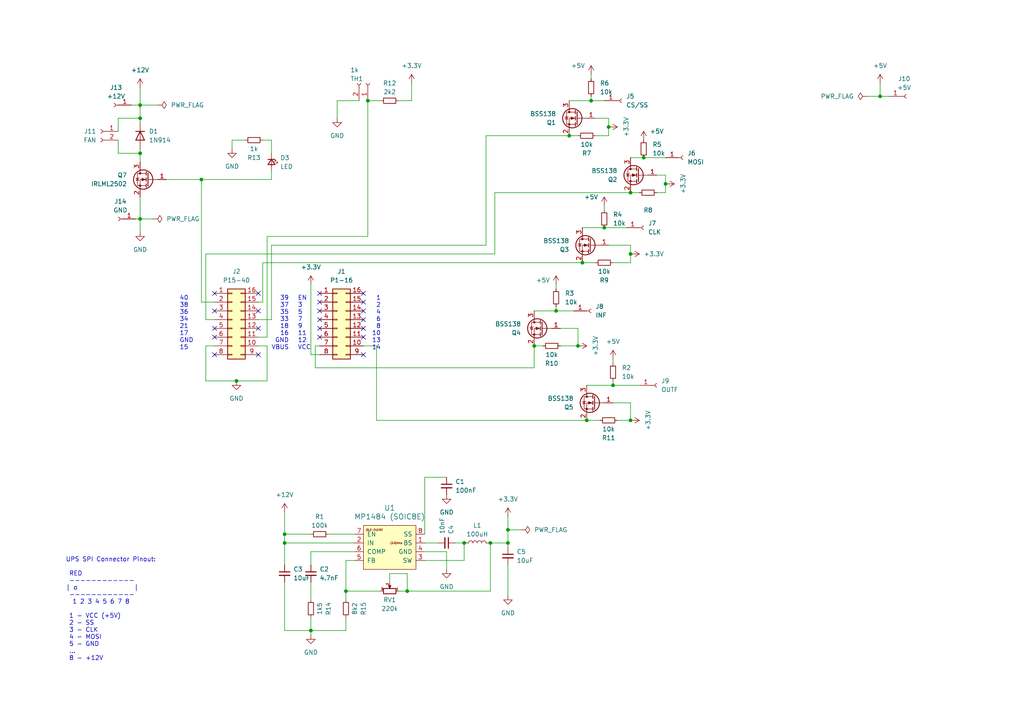
<source format=kicad_sch>
(kicad_sch (version 20230121) (generator eeschema)
  (paper "A4")
  (lib_symbols
    (symbol "Connector:Conn_01x01_Socket" (pin_names (offset 1.016) hide)
      (property "Reference" "J" (at 0 2.54 0))
      (property "Value" "Conn_01x01_Socket" (at 0 -2.54 0))
      (symbol "Conn_01x01_Socket_1_1"
        (polyline (pts (xy -1.27 0) (xy -0.508 0)) (stroke (width 0.1524)))
        (arc (start 0 0.508) (mid -0.5058 0) (end 0 -0.508) (stroke (width 0.1524)))
        (pin passive line (at -5.08 0 0) (length 3.81) (name "Pin_1") (number "1"))
      )
    )
    (symbol "Connector:Conn_01x02_Socket" (pin_names (offset 1.016) hide)
      (property "Reference" "J" (at 0 2.54 0))
      (property "Value" "Conn_01x02_Socket" (at 0 -5.08 0))
      (symbol "Conn_01x02_Socket_1_1"
        (arc (start 0 -2.032) (mid -0.5058 -2.54) (end 0 -3.048) (stroke (width 0.1524)))
        (polyline (pts (xy -1.27 -2.54) (xy -0.508 -2.54)) (stroke (width 0.1524)))
        (polyline (pts (xy -1.27 0) (xy -0.508 0)) (stroke (width 0.1524)))
        (arc (start 0 0.508) (mid -0.5058 0) (end 0 -0.508) (stroke (width 0.1524)))
        (pin passive line (at -5.08 0 0) (length 3.81) (name "Pin_1") (number "1"))
        (pin passive line (at -5.08 -2.54 0) (length 3.81) (name "Pin_2") (number "2"))
      )
    )
    (symbol "Connector_Generic:Conn_02x08_Counter_Clockwise" (pin_names (offset 1.016) hide)
      (property "Reference" "J" (at 1.27 10.16 0))
      (property "Value" "Conn_02x08_Counter_Clockwise" (at 1.27 -12.7 0))
      (symbol "Conn_02x08_Counter_Clockwise_1_1"
        (rectangle (start -1.27 -10.033) (end 0 -10.287) (stroke (width 0.1524)))
        (rectangle (start -1.27 -7.493) (end 0 -7.747) (stroke (width 0.1524)))
        (rectangle (start -1.27 -4.953) (end 0 -5.207) (stroke (width 0.1524)))
        (rectangle (start -1.27 -2.413) (end 0 -2.667) (stroke (width 0.1524)))
        (rectangle (start -1.27 0.127) (end 0 -0.127) (stroke (width 0.1524)))
        (rectangle (start -1.27 2.667) (end 0 2.413) (stroke (width 0.1524)))
        (rectangle (start -1.27 5.207) (end 0 4.953) (stroke (width 0.1524)))
        (rectangle (start -1.27 7.747) (end 0 7.493) (stroke (width 0.1524)))
        (rectangle (start -1.27 8.89) (end 3.81 -11.43) (stroke (width 0.254)) (fill (type background)))
        (rectangle (start 3.81 -10.033) (end 2.54 -10.287) (stroke (width 0.1524)))
        (rectangle (start 3.81 -7.493) (end 2.54 -7.747) (stroke (width 0.1524)))
        (rectangle (start 3.81 -4.953) (end 2.54 -5.207) (stroke (width 0.1524)))
        (rectangle (start 3.81 -2.413) (end 2.54 -2.667) (stroke (width 0.1524)))
        (rectangle (start 3.81 0.127) (end 2.54 -0.127) (stroke (width 0.1524)))
        (rectangle (start 3.81 2.667) (end 2.54 2.413) (stroke (width 0.1524)))
        (rectangle (start 3.81 5.207) (end 2.54 4.953) (stroke (width 0.1524)))
        (rectangle (start 3.81 7.747) (end 2.54 7.493) (stroke (width 0.1524)))
        (pin passive line (at -5.08 7.62 0) (length 3.81) (name "Pin_1") (number "1"))
        (pin passive line (at 7.62 -7.62 180) (length 3.81) (name "Pin_10") (number "10"))
        (pin passive line (at 7.62 -5.08 180) (length 3.81) (name "Pin_11") (number "11"))
        (pin passive line (at 7.62 -2.54 180) (length 3.81) (name "Pin_12") (number "12"))
        (pin passive line (at 7.62 0 180) (length 3.81) (name "Pin_13") (number "13"))
        (pin passive line (at 7.62 2.54 180) (length 3.81) (name "Pin_14") (number "14"))
        (pin passive line (at 7.62 5.08 180) (length 3.81) (name "Pin_15") (number "15"))
        (pin passive line (at 7.62 7.62 180) (length 3.81) (name "Pin_16") (number "16"))
        (pin passive line (at -5.08 5.08 0) (length 3.81) (name "Pin_2") (number "2"))
        (pin passive line (at -5.08 2.54 0) (length 3.81) (name "Pin_3") (number "3"))
        (pin passive line (at -5.08 0 0) (length 3.81) (name "Pin_4") (number "4"))
        (pin passive line (at -5.08 -2.54 0) (length 3.81) (name "Pin_5") (number "5"))
        (pin passive line (at -5.08 -5.08 0) (length 3.81) (name "Pin_6") (number "6"))
        (pin passive line (at -5.08 -7.62 0) (length 3.81) (name "Pin_7") (number "7"))
        (pin passive line (at -5.08 -10.16 0) (length 3.81) (name "Pin_8") (number "8"))
        (pin passive line (at 7.62 -10.16 180) (length 3.81) (name "Pin_9") (number "9"))
      )
    )
    (symbol "Device:C_Small" (pin_numbers hide) (pin_names (offset 0.254) hide)
      (property "Reference" "C" (at 0.254 1.778 0))
      (property "Value" "C_Small" (at 0.254 -2.032 0))
      (symbol "C_Small_0_1"
        (polyline (pts (xy -1.524 -0.508) (xy 1.524 -0.508)) (stroke (width 0.3302)))
        (polyline (pts (xy -1.524 0.508) (xy 1.524 0.508)) (stroke (width 0.3048)))
      )
      (symbol "C_Small_1_1"
        (pin passive line (at 0 2.54 270) (length 2.032) (name "~") (number "1"))
        (pin passive line (at 0 -2.54 90) (length 2.032) (name "~") (number "2"))
      )
    )
    (symbol "Device:L" (pin_numbers hide) (pin_names (offset 1.016) hide)
      (property "Reference" "L" (at -1.27 0 90))
      (property "Value" "L" (at 1.905 0 90))
      (symbol "L_0_1"
        (arc (start 0 -2.54) (mid 0.6323 -1.905) (end 0 -1.27))
        (arc (start 0 -1.27) (mid 0.6323 -0.635) (end 0 0))
        (arc (start 0 0) (mid 0.6323 0.635) (end 0 1.27))
        (arc (start 0 1.27) (mid 0.6323 1.905) (end 0 2.54))
      )
      (symbol "L_1_1"
        (pin passive line (at 0 3.81 270) (length 1.27) (name "1") (number "1"))
        (pin passive line (at 0 -3.81 90) (length 1.27) (name "2") (number "2"))
      )
    )
    (symbol "Device:LED_Small" (pin_numbers hide) (pin_names (offset 0.254) hide)
      (property "Reference" "D" (at -1.27 3.175 0))
      (property "Value" "LED_Small" (at -4.445 -2.54 0))
      (symbol "LED_Small_0_1"
        (polyline (pts (xy -0.762 -1.016) (xy -0.762 1.016)) (stroke (width 0.254)))
        (polyline (pts (xy 1.016 0) (xy -0.762 0)))
        (polyline (pts (xy 0.762 -1.016) (xy -0.762 0) (xy 0.762 1.016) (xy 0.762 -1.016)) (stroke (width 0.254)))
        (polyline (pts (xy 0 0.762) (xy -0.508 1.27) (xy -0.254 1.27) (xy -0.508 1.27) (xy -0.508 1.016)))
        (polyline (pts (xy 0.508 1.27) (xy 0 1.778) (xy 0.254 1.778) (xy 0 1.778) (xy 0 1.524)))
      )
      (symbol "LED_Small_1_1"
        (pin passive line (at -2.54 0 0) (length 1.778) (name "K") (number "1"))
        (pin passive line (at 2.54 0 180) (length 1.778) (name "A") (number "2"))
      )
    )
    (symbol "Device:R_Potentiometer_Small" (pin_names (offset 1.016) hide)
      (property "Reference" "RV" (at -4.445 0 90))
      (property "Value" "R_Potentiometer_Small" (at -2.54 0 90))
      (symbol "R_Potentiometer_Small_0_1"
        (polyline (pts (xy 0.889 0) (xy 0.635 0) (xy 1.651 0.381) (xy 1.651 -0.381) (xy 0.635 0) (xy 0.889 0)) (fill (type outline)))
        (rectangle (start 0.762 1.8034) (end -0.762 -1.8034) (stroke (width 0.254)))
      )
      (symbol "R_Potentiometer_Small_1_1"
        (pin passive line (at 0 2.54 270) (length 0.635) (name "1") (number "1"))
        (pin passive line (at 2.54 0 180) (length 0.9906) (name "2") (number "2"))
        (pin passive line (at 0 -2.54 90) (length 0.635) (name "3") (number "3"))
      )
    )
    (symbol "Device:R_Small" (pin_numbers hide) (pin_names (offset 0.254) hide)
      (property "Reference" "R" (at 0.762 0.508 0))
      (property "Value" "R_Small" (at 0.762 -1.016 0))
      (symbol "R_Small_0_1"
        (rectangle (start -0.762 1.778) (end 0.762 -1.778) (stroke (width 0.2032)))
      )
      (symbol "R_Small_1_1"
        (pin passive line (at 0 2.54 270) (length 0.762) (name "~") (number "1"))
        (pin passive line (at 0 -2.54 90) (length 0.762) (name "~") (number "2"))
      )
    )
    (symbol "Diode:1N914" (pin_numbers hide) (pin_names hide)
      (property "Reference" "D" (at 0 2.54 0))
      (property "Value" "1N914" (at 0 -2.54 0))
      (symbol "1N914_0_1"
        (polyline (pts (xy -1.27 1.27) (xy -1.27 -1.27)) (stroke (width 0.254)))
        (polyline (pts (xy 1.27 0) (xy -1.27 0)))
        (polyline (pts (xy 1.27 1.27) (xy 1.27 -1.27) (xy -1.27 0) (xy 1.27 1.27)) (stroke (width 0.254)))
      )
      (symbol "1N914_1_1"
        (pin passive line (at -3.81 0 0) (length 2.54) (name "K") (number "1"))
        (pin passive line (at 3.81 0 180) (length 2.54) (name "A") (number "2"))
      )
    )
    (symbol "Transistor_FET:BSS138" (pin_names hide)
      (property "Reference" "Q" (at 5.08 1.905 0))
      (property "Value" "BSS138" (at 5.08 0 0))
      (symbol "BSS138_0_1"
        (polyline (pts (xy 0.254 0) (xy -2.54 0)))
        (polyline (pts (xy 0.254 1.905) (xy 0.254 -1.905)) (stroke (width 0.254)))
        (polyline (pts (xy 0.762 -1.27) (xy 0.762 -2.286)) (stroke (width 0.254)))
        (polyline (pts (xy 0.762 0.508) (xy 0.762 -0.508)) (stroke (width 0.254)))
        (polyline (pts (xy 0.762 2.286) (xy 0.762 1.27)) (stroke (width 0.254)))
        (polyline (pts (xy 2.54 2.54) (xy 2.54 1.778)))
        (polyline (pts (xy 2.54 -2.54) (xy 2.54 0) (xy 0.762 0)))
        (polyline (pts (xy 0.762 -1.778) (xy 3.302 -1.778) (xy 3.302 1.778) (xy 0.762 1.778)))
        (polyline (pts (xy 1.016 0) (xy 2.032 0.381) (xy 2.032 -0.381) (xy 1.016 0)) (fill (type outline)))
        (polyline (pts (xy 2.794 0.508) (xy 2.921 0.381) (xy 3.683 0.381) (xy 3.81 0.254)))
        (polyline (pts (xy 3.302 0.381) (xy 2.921 -0.254) (xy 3.683 -0.254) (xy 3.302 0.381)))
        (circle (center 1.651 0) (radius 2.794) (stroke (width 0.254)))
        (circle (center 2.54 -1.778) (radius 0.254) (fill (type outline)))
        (circle (center 2.54 1.778) (radius 0.254) (fill (type outline)))
      )
      (symbol "BSS138_1_1"
        (pin input line (at -5.08 0 0) (length 2.54) (name "G") (number "1"))
        (pin passive line (at 2.54 -5.08 90) (length 2.54) (name "S") (number "2"))
        (pin passive line (at 2.54 5.08 270) (length 2.54) (name "D") (number "3"))
      )
    )
    (symbol "Transistor_FET:IRLML2060" (pin_names hide)
      (property "Reference" "Q" (at 5.08 1.905 0))
      (property "Value" "IRLML2060" (at 5.08 0 0))
      (symbol "IRLML2060_0_1"
        (polyline (pts (xy 0.254 0) (xy -2.54 0)))
        (polyline (pts (xy 0.254 1.905) (xy 0.254 -1.905)) (stroke (width 0.254)))
        (polyline (pts (xy 0.762 -1.27) (xy 0.762 -2.286)) (stroke (width 0.254)))
        (polyline (pts (xy 0.762 0.508) (xy 0.762 -0.508)) (stroke (width 0.254)))
        (polyline (pts (xy 0.762 2.286) (xy 0.762 1.27)) (stroke (width 0.254)))
        (polyline (pts (xy 2.54 2.54) (xy 2.54 1.778)))
        (polyline (pts (xy 2.54 -2.54) (xy 2.54 0) (xy 0.762 0)))
        (polyline (pts (xy 0.762 -1.778) (xy 3.302 -1.778) (xy 3.302 1.778) (xy 0.762 1.778)))
        (polyline (pts (xy 1.016 0) (xy 2.032 0.381) (xy 2.032 -0.381) (xy 1.016 0)) (fill (type outline)))
        (polyline (pts (xy 2.794 0.508) (xy 2.921 0.381) (xy 3.683 0.381) (xy 3.81 0.254)))
        (polyline (pts (xy 3.302 0.381) (xy 2.921 -0.254) (xy 3.683 -0.254) (xy 3.302 0.381)))
        (circle (center 1.651 0) (radius 2.794) (stroke (width 0.254)))
        (circle (center 2.54 -1.778) (radius 0.254) (fill (type outline)))
        (circle (center 2.54 1.778) (radius 0.254) (fill (type outline)))
      )
      (symbol "IRLML2060_1_1"
        (pin input line (at -5.08 0 0) (length 2.54) (name "G") (number "1"))
        (pin passive line (at 2.54 -5.08 90) (length 2.54) (name "S") (number "2"))
        (pin passive line (at 2.54 5.08 270) (length 2.54) (name "D") (number "3"))
      )
    )
    (symbol "power:+12V" (power) (pin_names (offset 0))
      (property "Value" "+12V" (at 0 3.556 0))
      (symbol "+12V_0_1"
        (polyline (pts (xy -0.762 1.27) (xy 0 2.54)))
        (polyline (pts (xy 0 0) (xy 0 2.54)))
        (polyline (pts (xy 0 2.54) (xy 0.762 1.27)))
      )
      (symbol "+12V_1_1"
        (pin power_in line (at 0 0 90) (length 0) hide (name "+12V") (number "1"))
      )
    )
    (symbol "power:+3.3V" (power) (pin_names (offset 0))
      (property "Value" "+3.3V" (at 0 3.556 0))
      (symbol "+3.3V_0_1"
        (polyline (pts (xy -0.762 1.27) (xy 0 2.54)))
        (polyline (pts (xy 0 0) (xy 0 2.54)))
        (polyline (pts (xy 0 2.54) (xy 0.762 1.27)))
      )
      (symbol "+3.3V_1_1"
        (pin power_in line (at 0 0 90) (length 0) hide (name "+3.3V") (number "1"))
      )
    )
    (symbol "power:+5V" (power) (pin_names (offset 0))
      (property "Value" "+5V" (at 0 3.556 0))
      (symbol "+5V_0_1"
        (polyline (pts (xy -0.762 1.27) (xy 0 2.54)))
        (polyline (pts (xy 0 0) (xy 0 2.54)))
        (polyline (pts (xy 0 2.54) (xy 0.762 1.27)))
      )
      (symbol "+5V_1_1"
        (pin power_in line (at 0 0 90) (length 0) hide (name "+5V") (number "1"))
      )
    )
    (symbol "power:GND" (power) (pin_names (offset 0))
      (property "Value" "GND" (at 0 -3.81 0))
      (symbol "GND_0_1"
        (polyline (pts (xy 0 0) (xy 0 -1.27) (xy 1.27 -1.27) (xy 0 -2.54) (xy -1.27 -1.27) (xy 0 -1.27)))
      )
      (symbol "GND_1_1"
        (pin power_in line (at 0 0 270) (length 0) hide (name "GND") (number "1"))
      )
    )
    (symbol "power:PWR_FLAG" (power) (pin_numbers hide) (pin_names (offset 0) hide)
      (property "Value" "PWR_FLAG" (at 0 3.81 0))
      (symbol "PWR_FLAG_0_0"
        (pin power_out line (at 0 0 90) (length 0) (name "pwr") (number "1"))
      )
      (symbol "PWR_FLAG_0_1"
        (polyline (pts (xy 0 0) (xy 0 1.27) (xy -1.016 1.905) (xy 0 2.54) (xy 1.016 1.905) (xy 0 1.27)))
      )
    )
    (symbol "sk_power_ICs:MP1484EN_(SOIC8E)" (pin_names (offset 1.016))
      (property "Reference" "U1" (at 0 10.16 0))
      (property "Value" "MP1484 (SOIC8E)" (at 0 7.62 0))
      (symbol "MP1484EN_(SOIC8E)_0_0"
        (text "(3.0)Amp" (at 1.905 0 0) (effects (font (size 0.508 0.508) bold italic)))
      )
      (symbol "MP1484EN_(SOIC8E)_1_0"
        (text "(0.3-24)VDC" (at -4.445 3.81 0) (effects (font (size 0.508 0.508) bold italic)))
        (pin output line (at 10.16 0 180) (length 2.54) (name "BS") (number "1"))
        (pin power_in line (at -10.16 0 0) (length 2.54) (name "IN") (number "2"))
        (pin output line (at 10.16 -5.08 180) (length 2.54) (name "SW") (number "3"))
        (pin input line (at 10.16 -2.54 180) (length 2.54) (name "GND") (number "4"))
        (pin input line (at -10.16 -5.08 0) (length 2.54) (name "FB") (number "5"))
        (pin input line (at -10.16 -2.54 0) (length 2.54) (name "COMP") (number "6"))
        (pin input line (at -10.16 2.54 0) (length 2.54) (name "EN") (number "7"))
        (pin passive line (at 10.16 2.54 180) (length 2.54) (name "SS") (number "8"))
      )
      (symbol "MP1484EN_(SOIC8E)_1_1"
        (rectangle (start -7.62 5.08) (end 7.62 -7.62) (fill (type background)))
      )
    )
  )
  (junction (at 134.62 157.48))
  (junction (at 118.11 171.45))
  (junction (at 142.24 157.48))
  (junction (at 171.45 29.21))
  (junction (at 182.88 73.66))
  (junction (at 182.88 55.88))
  (junction (at 177.8 111.76))
  (junction (at 40.64 63.5))
  (junction (at 82.55 154.94))
  (junction (at 147.32 153.67))
  (junction (at 40.64 34.29))
  (junction (at 68.58 110.49))
  (junction (at 255.27 27.94))
  (junction (at 165.1 39.37))
  (junction (at 40.64 44.45))
  (junction (at 168.91 76.2))
  (junction (at 100.33 171.45))
  (junction (at 186.69 45.72))
  (junction (at 182.88 121.92))
  (junction (at 40.64 30.48))
  (junction (at 90.17 182.88))
  (junction (at 58.42 52.07))
  (junction (at 82.55 157.48))
  (junction (at 176.53 36.83))
  (junction (at 167.64 100.33))
  (junction (at 175.26 66.04))
  (junction (at 193.04 53.34))
  (junction (at 106.68 29.21))
  (junction (at 154.94 100.33))
  (junction (at 161.29 90.17))
  (junction (at 147.32 157.48))
  (junction (at 170.18 121.92))
  (no_connect (at 62.23 85.09))
  (no_connect (at 74.93 95.25))
  (no_connect (at 105.41 87.63))
  (no_connect (at 92.71 87.63))
  (no_connect (at 92.71 95.25))
  (no_connect (at 62.23 95.25))
  (no_connect (at 74.93 85.09))
  (no_connect (at 105.41 92.71))
  (no_connect (at 62.23 97.79))
  (no_connect (at 105.41 97.79))
  (no_connect (at 92.71 85.09))
  (no_connect (at 62.23 90.17))
  (no_connect (at 105.41 90.17))
  (no_connect (at 105.41 95.25))
  (no_connect (at 74.93 102.87))
  (no_connect (at 92.71 90.17))
  (no_connect (at 105.41 85.09))
  (no_connect (at 74.93 90.17))
  (no_connect (at 92.71 92.71))
  (no_connect (at 92.71 97.79))
  (no_connect (at 62.23 102.87))
  (no_connect (at 105.41 102.87))
  (wire (pts (xy 102.87 162.56) (xy 100.33 162.56)))
  (wire (pts (xy 165.1 29.21) (xy 171.45 29.21)))
  (wire (pts (xy 106.68 68.58) (xy 106.68 29.21)))
  (wire (pts (xy 143.51 73.66) (xy 143.51 55.88)))
  (wire (pts (xy 68.58 110.49) (xy 77.47 110.49)))
  (wire (pts (xy 142.24 171.45) (xy 142.24 157.48)))
  (wire (pts (xy 82.55 182.88) (xy 90.17 182.88)))
  (wire (pts (xy 170.18 111.76) (xy 177.8 111.76)))
  (wire (pts (xy 118.11 171.45) (xy 142.24 171.45)))
  (wire (pts (xy 78.74 71.12) (xy 140.97 71.12)))
  (wire (pts (xy 78.74 92.71) (xy 78.74 71.12)))
  (wire (pts (xy 140.97 71.12) (xy 140.97 39.37)))
  (wire (pts (xy 95.25 154.94) (xy 102.87 154.94)))
  (wire (pts (xy 147.32 158.75) (xy 147.32 157.48)))
  (wire (pts (xy 168.91 66.04) (xy 175.26 66.04)))
  (wire (pts (xy 90.17 102.87) (xy 90.17 82.55)))
  (wire (pts (xy 74.93 87.63) (xy 76.2 87.63)))
  (wire (pts (xy 113.03 168.91) (xy 113.03 166.37)))
  (wire (pts (xy 40.64 25.4) (xy 40.64 30.48)))
  (wire (pts (xy 182.88 71.12) (xy 182.88 73.66)))
  (wire (pts (xy 123.19 138.43) (xy 129.54 138.43)))
  (wire (pts (xy 257.81 27.94) (xy 255.27 27.94)))
  (wire (pts (xy 58.42 87.63) (xy 62.23 87.63)))
  (wire (pts (xy 179.07 121.92) (xy 182.88 121.92)))
  (wire (pts (xy 123.19 138.43) (xy 123.19 154.94)))
  (wire (pts (xy 91.44 106.68) (xy 91.44 100.33)))
  (wire (pts (xy 140.97 39.37) (xy 165.1 39.37)))
  (wire (pts (xy 132.08 157.48) (xy 134.62 157.48)))
  (wire (pts (xy 193.04 55.88) (xy 193.04 53.34)))
  (wire (pts (xy 154.94 100.33) (xy 154.94 106.68)))
  (wire (pts (xy 77.47 110.49) (xy 77.47 100.33)))
  (wire (pts (xy 34.29 40.64) (xy 34.29 44.45)))
  (wire (pts (xy 97.79 29.21) (xy 104.14 29.21)))
  (wire (pts (xy 147.32 149.86) (xy 147.32 153.67)))
  (wire (pts (xy 143.51 55.88) (xy 182.88 55.88)))
  (wire (pts (xy 251.46 27.94) (xy 255.27 27.94)))
  (wire (pts (xy 68.58 110.49) (xy 59.69 110.49)))
  (wire (pts (xy 172.72 34.29) (xy 176.53 34.29)))
  (wire (pts (xy 76.2 40.64) (xy 78.74 40.64)))
  (wire (pts (xy 40.64 30.48) (xy 38.1 30.48)))
  (wire (pts (xy 119.38 29.21) (xy 115.57 29.21)))
  (wire (pts (xy 161.29 90.17) (xy 161.29 88.9)))
  (wire (pts (xy 134.62 162.56) (xy 134.62 157.48)))
  (wire (pts (xy 40.64 44.45) (xy 40.64 46.99)))
  (wire (pts (xy 127 157.48) (xy 123.19 157.48)))
  (wire (pts (xy 40.64 63.5) (xy 44.45 63.5)))
  (wire (pts (xy 77.47 100.33) (xy 74.93 100.33)))
  (wire (pts (xy 115.57 171.45) (xy 118.11 171.45)))
  (wire (pts (xy 171.45 27.94) (xy 171.45 29.21)))
  (wire (pts (xy 78.74 40.64) (xy 78.74 44.45)))
  (wire (pts (xy 34.29 34.29) (xy 40.64 34.29)))
  (wire (pts (xy 34.29 44.45) (xy 40.64 44.45)))
  (wire (pts (xy 58.42 87.63) (xy 58.42 52.07)))
  (wire (pts (xy 167.64 95.25) (xy 167.64 100.33)))
  (wire (pts (xy 177.8 104.14) (xy 177.8 105.41)))
  (wire (pts (xy 40.64 67.31) (xy 40.64 63.5)))
  (wire (pts (xy 82.55 148.59) (xy 82.55 154.94)))
  (wire (pts (xy 168.91 76.2) (xy 172.72 76.2)))
  (wire (pts (xy 161.29 82.55) (xy 161.29 83.82)))
  (wire (pts (xy 90.17 173.99) (xy 90.17 168.91)))
  (wire (pts (xy 190.5 50.8) (xy 193.04 50.8)))
  (wire (pts (xy 161.29 90.17) (xy 166.37 90.17)))
  (wire (pts (xy 177.8 76.2) (xy 182.88 76.2)))
  (wire (pts (xy 119.38 24.13) (xy 119.38 29.21)))
  (wire (pts (xy 113.03 166.37) (xy 118.11 166.37)))
  (wire (pts (xy 90.17 102.87) (xy 92.71 102.87)))
  (wire (pts (xy 171.45 21.59) (xy 171.45 22.86)))
  (wire (pts (xy 186.69 45.72) (xy 182.88 45.72)))
  (wire (pts (xy 147.32 172.72) (xy 147.32 163.83)))
  (wire (pts (xy 154.94 100.33) (xy 157.48 100.33)))
  (wire (pts (xy 165.1 39.37) (xy 167.64 39.37)))
  (wire (pts (xy 176.53 71.12) (xy 182.88 71.12)))
  (wire (pts (xy 182.88 116.84) (xy 182.88 121.92)))
  (wire (pts (xy 118.11 166.37) (xy 118.11 171.45)))
  (wire (pts (xy 34.29 38.1) (xy 34.29 34.29)))
  (wire (pts (xy 255.27 27.94) (xy 255.27 24.13)))
  (wire (pts (xy 82.55 157.48) (xy 82.55 163.83)))
  (wire (pts (xy 182.88 76.2) (xy 182.88 73.66)))
  (wire (pts (xy 90.17 184.15) (xy 90.17 182.88)))
  (wire (pts (xy 193.04 50.8) (xy 193.04 53.34)))
  (wire (pts (xy 100.33 171.45) (xy 110.49 171.45)))
  (wire (pts (xy 100.33 171.45) (xy 100.33 173.99)))
  (wire (pts (xy 90.17 179.07) (xy 90.17 182.88)))
  (wire (pts (xy 100.33 182.88) (xy 90.17 182.88)))
  (wire (pts (xy 40.64 57.15) (xy 40.64 63.5)))
  (wire (pts (xy 40.64 43.18) (xy 40.64 44.45)))
  (wire (pts (xy 151.13 153.67) (xy 147.32 153.67)))
  (wire (pts (xy 59.69 92.71) (xy 62.23 92.71)))
  (wire (pts (xy 102.87 160.02) (xy 90.17 160.02)))
  (wire (pts (xy 175.26 59.69) (xy 175.26 60.96)))
  (wire (pts (xy 129.54 160.02) (xy 129.54 165.1)))
  (wire (pts (xy 172.72 39.37) (xy 176.53 39.37)))
  (wire (pts (xy 77.47 68.58) (xy 106.68 68.58)))
  (wire (pts (xy 123.19 160.02) (xy 129.54 160.02)))
  (wire (pts (xy 181.61 66.04) (xy 175.26 66.04)))
  (wire (pts (xy 123.19 162.56) (xy 134.62 162.56)))
  (wire (pts (xy 100.33 179.07) (xy 100.33 182.88)))
  (wire (pts (xy 190.5 55.88) (xy 193.04 55.88)))
  (wire (pts (xy 176.53 39.37) (xy 176.53 36.83)))
  (wire (pts (xy 40.64 30.48) (xy 45.72 30.48)))
  (wire (pts (xy 182.88 55.88) (xy 185.42 55.88)))
  (wire (pts (xy 176.53 34.29) (xy 176.53 36.83)))
  (wire (pts (xy 110.49 29.21) (xy 106.68 29.21)))
  (wire (pts (xy 76.2 76.2) (xy 168.91 76.2)))
  (wire (pts (xy 39.37 63.5) (xy 40.64 63.5)))
  (wire (pts (xy 58.42 52.07) (xy 78.74 52.07)))
  (wire (pts (xy 59.69 92.71) (xy 59.69 73.66)))
  (wire (pts (xy 90.17 160.02) (xy 90.17 163.83)))
  (wire (pts (xy 74.93 92.71) (xy 78.74 92.71)))
  (wire (pts (xy 171.45 29.21) (xy 175.26 29.21)))
  (wire (pts (xy 97.79 34.29) (xy 97.79 29.21)))
  (wire (pts (xy 91.44 106.68) (xy 154.94 106.68)))
  (wire (pts (xy 59.69 73.66) (xy 143.51 73.66)))
  (wire (pts (xy 154.94 90.17) (xy 161.29 90.17)))
  (wire (pts (xy 82.55 154.94) (xy 90.17 154.94)))
  (wire (pts (xy 59.69 100.33) (xy 62.23 100.33)))
  (wire (pts (xy 71.12 40.64) (xy 67.31 40.64)))
  (wire (pts (xy 162.56 95.25) (xy 167.64 95.25)))
  (wire (pts (xy 82.55 168.91) (xy 82.55 182.88)))
  (wire (pts (xy 91.44 100.33) (xy 92.71 100.33)))
  (wire (pts (xy 40.64 34.29) (xy 40.64 35.56)))
  (wire (pts (xy 82.55 157.48) (xy 102.87 157.48)))
  (wire (pts (xy 170.18 121.92) (xy 173.99 121.92)))
  (wire (pts (xy 40.64 30.48) (xy 40.64 34.29)))
  (wire (pts (xy 105.41 100.33) (xy 109.22 100.33)))
  (wire (pts (xy 77.47 97.79) (xy 77.47 68.58)))
  (wire (pts (xy 100.33 162.56) (xy 100.33 171.45)))
  (wire (pts (xy 59.69 110.49) (xy 59.69 100.33)))
  (wire (pts (xy 162.56 100.33) (xy 167.64 100.33)))
  (wire (pts (xy 76.2 87.63) (xy 76.2 76.2)))
  (wire (pts (xy 82.55 154.94) (xy 82.55 157.48)))
  (wire (pts (xy 142.24 157.48) (xy 147.32 157.48)))
  (wire (pts (xy 109.22 121.92) (xy 170.18 121.92)))
  (wire (pts (xy 74.93 97.79) (xy 77.47 97.79)))
  (wire (pts (xy 147.32 153.67) (xy 147.32 157.48)))
  (wire (pts (xy 177.8 111.76) (xy 177.8 110.49)))
  (wire (pts (xy 177.8 116.84) (xy 182.88 116.84)))
  (wire (pts (xy 109.22 100.33) (xy 109.22 121.92)))
  (wire (pts (xy 78.74 49.53) (xy 78.74 52.07)))
  (wire (pts (xy 48.26 52.07) (xy 58.42 52.07)))
  (wire (pts (xy 185.42 111.76) (xy 177.8 111.76)))
  (wire (pts (xy 186.69 45.72) (xy 193.04 45.72)))
  (wire (pts (xy 67.31 40.64) (xy 67.31 43.18)))
  (text "40\n38\n36\n34\n21\n17\nGND\n15\n" (at 52.07 101.6 0) (effects (font (size 1.27 1.27)) (justify left bottom)))
  (text "39\n37\n35\n33\n18\n16\nGND\nVBUS\n" (at 83.82 101.6 0) (effects (font (size 1.27 1.27)) (justify right bottom)))
  (text "1\n2\n4\n6\n8\n10\n13\n14\n" (at 110.49 101.6 0) (effects (font (size 1.27 1.27)) (justify right bottom)))
  (text "EN\n3\n5\n7\n9\n11\n12\nVCC" (at 86.36 101.6 0) (effects (font (size 1.27 1.27)) (justify left bottom)))
  (text "UPS SPI Connector Pinout:\n\n RED \n ------------\n| o                 |\n ------------\n  1 2 3 4 5 6 7 8\n\n 1 - VCC (+5V)\n 2 - SS\n 3 - CLK\n 4 - MOSI\n 5 - GND\n ...\n 8 - +12V" (at 19.05 191.77 0) (effects (font (size 1.27 1.27)) (justify left bottom)))
  (symbol (lib_id "Connector:Conn_01x01_Socket") (at 186.69 66.04 0) (unit 1)
    (property "Reference" "J7" (at 187.96 64.77 0) (effects (justify left)))
    (property "Value" "CLK" (at 187.96 67.31 0) (effects (justify left)))
    (property "Footprint" "Connector_PinHeader_2.54mm:PinHeader_1x01_P2.54mm_Vertical" (effects hide))
  )
  (symbol (lib_id "power:GND") (at 129.54 165.1 0) (unit 1)
    (property "Reference" "#PWR022" (effects hide))
    (property "Value" "GND" (at 129.54 170.18 0))
  )
  (symbol (lib_id "power:PWR_FLAG") (at 251.46 27.94 90) (unit 1)
    (property "Reference" "#FLG03" (effects hide))
    (property "Value" "PWR_FLAG" (at 247.65 27.94 90) (effects (justify left)))
  )
  (symbol (lib_id "Device:L") (at 138.43 157.48 90) (unit 1)
    (property "Reference" "L1" (at 138.43 152.4 90))
    (property "Value" "100uH" (at 138.43 154.94 90))
    (property "Footprint" "Inductor_SMD:L_Bourns-SRN8040_8x8.15mm" (effects hide))
  )
  (symbol (lib_id "Device:R_Small") (at 113.03 29.21 90) (mirror x) (unit 1)
    (property "Reference" "R12" (at 113.03 24.13 90))
    (property "Value" "2k2" (at 113.03 26.67 90))
    (property "Footprint" "Resistor_THT:R_Axial_DIN0207_L6.3mm_D2.5mm_P7.62mm_Horizontal" (effects hide))
  )
  (symbol (lib_id "Connector:Conn_01x01_Socket") (at 180.34 29.21 0) (unit 1)
    (property "Reference" "J5" (at 181.61 27.94 0) (effects (justify left)))
    (property "Value" "CS/SS" (at 181.61 30.48 0) (effects (justify left)))
    (property "Footprint" "Connector_PinHeader_2.54mm:PinHeader_1x01_P2.54mm_Vertical" (effects hide))
  )
  (symbol (lib_id "Transistor_FET:BSS138") (at 172.72 116.84 0) (mirror y) (unit 1)
    (property "Reference" "Q5" (at 166.37 118.11 0) (effects (justify left)))
    (property "Value" "BSS138" (at 166.37 115.57 0) (effects (justify left)))
    (property "Footprint" "Package_TO_SOT_SMD:SOT-23_Handsoldering" (effects hide))
    (property "Datasheet" "https://www.onsemi.com/pub/Collateral/BSS138-D.PDF" (effects hide))
  )
  (symbol (lib_id "power:+5V") (at 171.45 21.59 0) (unit 1)
    (property "Reference" "#PWR019" (effects hide))
    (property "Value" "+5V" (at 167.64 19.05 0))
  )
  (symbol (lib_id "power:+5V") (at 186.69 40.64 0) (unit 1)
    (property "Reference" "#PWR018" (effects hide))
    (property "Value" "+5V" (at 190.5 38.1 0))
  )
  (symbol (lib_id "Device:R_Small") (at 176.53 121.92 270) (mirror x) (unit 1)
    (property "Reference" "R11" (at 176.53 127 90))
    (property "Value" "10k" (at 176.53 124.46 90))
    (property "Footprint" "Resistor_SMD:R_1206_3216Metric_Pad1.30x1.75mm_HandSolder" (effects hide))
  )
  (symbol (lib_id "Device:R_Small") (at 161.29 86.36 0) (unit 1)
    (property "Reference" "R3" (at 163.83 85.09 0) (effects (justify left)))
    (property "Value" "10k" (at 163.83 87.63 0) (effects (justify left)))
    (property "Footprint" "Resistor_SMD:R_1206_3216Metric_Pad1.30x1.75mm_HandSolder" (effects hide))
  )
  (symbol (lib_id "power:PWR_FLAG") (at 45.72 30.48 270) (unit 1)
    (property "Reference" "#FLG01" (effects hide))
    (property "Value" "PWR_FLAG" (at 49.53 30.48 90) (effects (justify left)))
  )
  (symbol (lib_id "power:+12V") (at 82.55 148.59 0) (unit 1)
    (property "Reference" "#PWR07" (effects hide))
    (property "Value" "+12V" (at 82.55 143.51 0))
  )
  (symbol (lib_id "Transistor_FET:BSS138") (at 157.48 95.25 0) (mirror y) (unit 1)
    (property "Reference" "Q4" (at 151.13 96.52 0) (effects (justify left)))
    (property "Value" "BSS138" (at 151.13 93.98 0) (effects (justify left)))
    (property "Footprint" "Package_TO_SOT_SMD:SOT-23_Handsoldering" (effects hide))
    (property "Datasheet" "https://www.onsemi.com/pub/Collateral/BSS138-D.PDF" (effects hide))
  )
  (symbol (lib_id "Connector:Conn_01x02_Socket") (at 106.68 24.13 270) (mirror x) (unit 1)
    (property "Reference" "TH1" (at 101.6 22.86 90) (effects (justify left)))
    (property "Value" "1k" (at 101.6 20.32 90) (effects (justify left)))
    (property "Footprint" "Connector_PinHeader_2.54mm:PinHeader_1x02_P2.54mm_Vertical" (effects hide))
  )
  (symbol (lib_id "sk_power_ICs:MP1484EN_(SOIC8E)") (at 113.03 157.48 0) (unit 1)
    (property "Reference" "U1" (at 113.03 147.32 0) (effects (font (size 1.524 1.524))))
    (property "Value" "MP1484 (SOIC8E)" (at 113.03 149.86 0) (effects (font (size 1.524 1.524))))
    (property "Footprint" "Package_SO:SOIC-8_3.9x4.9mm_P1.27mm" (effects hide))
    (property "Datasheet" "https://media.digikey.com/pdf/Data%20Sheets/Monolithic%20Power%20PDF's/MP1484.pdf" (effects hide))
  )
  (symbol (lib_id "Transistor_FET:BSS138") (at 171.45 71.12 0) (mirror y) (unit 1)
    (property "Reference" "Q3" (at 165.1 72.39 0) (effects (justify left)))
    (property "Value" "BSS138" (at 165.1 69.85 0) (effects (justify left)))
    (property "Footprint" "Package_TO_SOT_SMD:SOT-23_Handsoldering" (effects hide))
    (property "Datasheet" "https://www.onsemi.com/pub/Collateral/BSS138-D.PDF" (effects hide))
  )
  (symbol (lib_id "Diode:1N914") (at 40.64 39.37 270) (unit 1)
    (property "Reference" "D1" (at 43.18 38.1 90) (effects (justify left)))
    (property "Value" "1N914" (at 43.18 40.64 90) (effects (justify left)))
    (property "Footprint" "Diode_SMD:D_1210_3225Metric_Pad1.42x2.65mm_HandSolder" (effects hide))
    (property "Datasheet" "http://www.vishay.com/docs/85622/1n914.pdf" (effects hide))
    (property "Sim.Device" "D" (effects hide))
    (property "Sim.Pins" "1=K 2=A" (effects hide))
  )
  (symbol (lib_id "power:+3.3V") (at 193.04 53.34 270) (unit 1)
    (property "Reference" "#PWR013" (effects hide))
    (property "Value" "+3.3V" (at 198.12 53.34 0))
  )
  (symbol (lib_id "Device:R_Small") (at 186.69 43.18 0) (unit 1)
    (property "Reference" "R5" (at 189.23 41.91 0) (effects (justify left)))
    (property "Value" "10k" (at 189.23 44.45 0) (effects (justify left)))
    (property "Footprint" "Resistor_SMD:R_1206_3216Metric_Pad1.30x1.75mm_HandSolder" (effects hide))
  )
  (symbol (lib_id "Connector_Generic:Conn_02x08_Counter_Clockwise") (at 97.79 92.71 0) (unit 1)
    (property "Reference" "J1" (at 99.06 78.74 0))
    (property "Value" "P1-16" (at 99.06 81.28 0))
    (property "Footprint" "Connector_PinHeader_2.54mm:PinHeader_2x08_P2.54mm_Vertical" (effects hide))
  )
  (symbol (lib_id "Device:R_Small") (at 187.96 55.88 270) (mirror x) (unit 1)
    (property "Reference" "R8" (at 187.96 60.96 90))
    (property "Value" "10k" (effects hide))
    (property "Footprint" "Resistor_SMD:R_1206_3216Metric_Pad1.30x1.75mm_HandSolder" (effects hide))
  )
  (symbol (lib_id "power:GND") (at 67.31 43.18 0) (unit 1)
    (property "Reference" "#PWR03" (effects hide))
    (property "Value" "GND" (at 67.31 48.26 0))
  )
  (symbol (lib_id "power:GND") (at 129.54 143.51 0) (unit 1)
    (property "Reference" "#PWR023" (effects hide))
    (property "Value" "GND" (at 129.54 148.59 0))
  )
  (symbol (lib_id "power:+3.3V") (at 176.53 36.83 270) (unit 1)
    (property "Reference" "#PWR014" (effects hide))
    (property "Value" "+3.3V" (at 181.61 36.83 0))
  )
  (symbol (lib_id "Device:LED_Small") (at 78.74 46.99 270) (unit 1)
    (property "Reference" "D3" (at 81.28 45.7835 90) (effects (justify left)))
    (property "Value" "LED" (at 81.28 48.3235 90) (effects (justify left)))
    (property "Footprint" "LED_SMD:LED_1206_3216Metric_Pad1.42x1.75mm_HandSolder" (effects hide))
  )
  (symbol (lib_id "Device:R_Small") (at 175.26 76.2 270) (mirror x) (unit 1)
    (property "Reference" "R9" (at 175.26 81.28 90))
    (property "Value" "10k" (at 175.26 78.74 90))
    (property "Footprint" "Resistor_SMD:R_1206_3216Metric_Pad1.30x1.75mm_HandSolder" (effects hide))
  )
  (symbol (lib_id "power:+3.3V") (at 167.64 100.33 270) (unit 1)
    (property "Reference" "#PWR010" (effects hide))
    (property "Value" "+3.3V" (at 172.72 100.33 0))
  )
  (symbol (lib_id "Connector:Conn_01x01_Socket") (at 34.29 63.5 0) (mirror y) (unit 1)
    (property "Reference" "J14" (at 34.925 58.42 0))
    (property "Value" "GND" (at 34.925 60.96 0))
    (property "Footprint" "Connector_PinHeader_2.54mm:PinHeader_1x01_P2.54mm_Vertical" (effects hide))
  )
  (symbol (lib_id "Device:C_Small") (at 129.54 140.97 0) (unit 1)
    (property "Reference" "C1" (at 132.08 139.7 0) (effects (justify left)))
    (property "Value" "100nF" (at 132.08 142.24 0) (effects (justify left)))
    (property "Footprint" "Capacitor_SMD:C_1206_3216Metric_Pad1.33x1.80mm_HandSolder" (effects hide))
  )
  (symbol (lib_id "Connector:Conn_01x01_Socket") (at 198.12 45.72 0) (unit 1)
    (property "Reference" "J6" (at 199.39 44.45 0) (effects (justify left)))
    (property "Value" "MOSI" (at 199.39 46.99 0) (effects (justify left)))
    (property "Footprint" "Connector_PinHeader_2.54mm:PinHeader_1x01_P2.54mm_Vertical" (effects hide))
  )
  (symbol (lib_id "Device:R_Small") (at 160.02 100.33 270) (mirror x) (unit 1)
    (property "Reference" "R10" (at 160.02 105.41 90))
    (property "Value" "10k" (at 160.02 102.87 90))
    (property "Footprint" "Resistor_SMD:R_1206_3216Metric_Pad1.30x1.75mm_HandSolder" (effects hide))
  )
  (symbol (lib_id "power:+3.3V") (at 182.88 121.92 270) (unit 1)
    (property "Reference" "#PWR012" (effects hide))
    (property "Value" "+3.3V" (at 187.96 121.92 0))
  )
  (symbol (lib_id "Device:C_Small") (at 82.55 166.37 0) (unit 1)
    (property "Reference" "C3" (at 85.09 165.1063 0) (effects (justify left)))
    (property "Value" "10uF" (at 85.09 167.6463 0) (effects (justify left)))
    (property "Footprint" "Capacitor_SMD:C_1206_3216Metric_Pad1.33x1.80mm_HandSolder" (effects hide))
  )
  (symbol (lib_id "Device:R_Small") (at 100.33 176.53 180) (unit 1)
    (property "Reference" "R15" (at 105.41 176.53 90))
    (property "Value" "8k2" (at 102.87 176.53 90))
    (property "Footprint" "Resistor_SMD:R_1206_3216Metric_Pad1.30x1.75mm_HandSolder" (effects hide))
  )
  (symbol (lib_id "Device:R_Small") (at 170.18 39.37 270) (mirror x) (unit 1)
    (property "Reference" "R7" (at 170.18 44.45 90))
    (property "Value" "10k" (at 170.18 41.91 90))
    (property "Footprint" "Resistor_SMD:R_1206_3216Metric_Pad1.30x1.75mm_HandSolder" (effects hide))
  )
  (symbol (lib_id "power:+5V") (at 161.29 82.55 0) (unit 1)
    (property "Reference" "#PWR016" (effects hide))
    (property "Value" "+5V" (at 157.48 81.28 0))
  )
  (symbol (lib_id "Device:R_Potentiometer_Small") (at 113.03 171.45 270) (mirror x) (unit 1)
    (property "Reference" "RV1" (at 113.03 173.99 90))
    (property "Value" "220k" (at 113.03 176.53 90))
    (property "Footprint" "Potentiometer_SMD:Potentiometer_Bourns_3224W_Vertical" (effects hide))
  )
  (symbol (lib_id "power:+5V") (at 177.8 104.14 0) (unit 1)
    (property "Reference" "#PWR015" (effects hide))
    (property "Value" "+5V" (at 177.8 99.06 0))
  )
  (symbol (lib_id "Device:C_Small") (at 90.17 166.37 0) (unit 1)
    (property "Reference" "C2" (at 92.71 165.1 0) (effects (justify left)))
    (property "Value" "4.7nF" (at 92.71 167.64 0) (effects (justify left)))
    (property "Footprint" "Capacitor_SMD:C_1206_3216Metric_Pad1.33x1.80mm_HandSolder" (effects hide))
  )
  (symbol (lib_id "power:PWR_FLAG") (at 151.13 153.67 270) (unit 1)
    (property "Reference" "#FLG04" (effects hide))
    (property "Value" "PWR_FLAG" (at 154.94 153.67 90) (effects (justify left)))
  )
  (symbol (lib_id "power:GND") (at 40.64 67.31 0) (unit 1)
    (property "Reference" "#PWR02" (effects hide))
    (property "Value" "GND" (at 40.64 72.39 0))
  )
  (symbol (lib_id "Device:C_Small") (at 147.32 161.29 0) (unit 1)
    (property "Reference" "C5" (at 149.86 160.0263 0) (effects (justify left)))
    (property "Value" "10uF" (at 149.86 162.5663 0) (effects (justify left)))
    (property "Footprint" "Capacitor_SMD:C_1206_3216Metric_Pad1.33x1.80mm_HandSolder" (effects hide))
  )
  (symbol (lib_id "power:GND") (at 97.79 34.29 0) (unit 1)
    (property "Reference" "#PWR04" (effects hide))
    (property "Value" "GND" (at 97.79 39.37 0))
  )
  (symbol (lib_id "Device:R_Small") (at 171.45 25.4 0) (unit 1)
    (property "Reference" "R6" (at 173.99 24.13 0) (effects (justify left)))
    (property "Value" "10k" (at 173.99 26.67 0) (effects (justify left)))
    (property "Footprint" "Resistor_SMD:R_1206_3216Metric_Pad1.30x1.75mm_HandSolder" (effects hide))
  )
  (symbol (lib_id "Device:R_Small") (at 92.71 154.94 270) (unit 1)
    (property "Reference" "R1" (at 92.71 149.86 90))
    (property "Value" "100k" (at 92.71 152.4 90))
    (property "Footprint" "Resistor_SMD:R_1206_3216Metric_Pad1.30x1.75mm_HandSolder" (effects hide))
  )
  (symbol (lib_id "power:+3.3V") (at 90.17 82.55 0) (unit 1)
    (property "Reference" "#PWR09" (effects hide))
    (property "Value" "+3.3V" (at 90.17 77.47 0))
  )
  (symbol (lib_id "Device:R_Small") (at 73.66 40.64 270) (mirror x) (unit 1)
    (property "Reference" "R13" (at 73.66 45.72 90))
    (property "Value" "1k" (at 73.66 43.18 90))
    (property "Footprint" "Resistor_SMD:R_1206_3216Metric_Pad1.30x1.75mm_HandSolder" (effects hide))
  )
  (symbol (lib_id "power:+3.3V") (at 147.32 149.86 0) (unit 1)
    (property "Reference" "#PWR08" (effects hide))
    (property "Value" "+3.3V" (at 147.32 144.78 0))
  )
  (symbol (lib_id "Connector:Conn_01x02_Socket") (at 29.21 38.1 0) (mirror y) (unit 1)
    (property "Reference" "J11" (at 27.94 38.1 0) (effects (justify left)))
    (property "Value" "FAN" (at 27.94 40.64 0) (effects (justify left)))
    (property "Footprint" "Connector_PinHeader_2.54mm:PinHeader_1x02_P2.54mm_Vertical" (effects hide))
  )
  (symbol (lib_id "Device:R_Small") (at 175.26 63.5 0) (unit 1)
    (property "Reference" "R4" (at 177.8 62.23 0) (effects (justify left)))
    (property "Value" "10k" (at 177.8 64.77 0) (effects (justify left)))
    (property "Footprint" "Resistor_SMD:R_1206_3216Metric_Pad1.30x1.75mm_HandSolder" (effects hide))
  )
  (symbol (lib_id "power:+12V") (at 40.64 25.4 0) (unit 1)
    (property "Reference" "#PWR06" (effects hide))
    (property "Value" "+12V" (at 40.64 20.32 0))
  )
  (symbol (lib_id "Connector:Conn_01x01_Socket") (at 171.45 90.17 0) (unit 1)
    (property "Reference" "J8" (at 172.72 88.9 0) (effects (justify left)))
    (property "Value" "INF" (at 172.72 91.44 0) (effects (justify left)))
    (property "Footprint" "Connector_PinHeader_2.54mm:PinHeader_1x01_P2.54mm_Vertical" (effects hide))
  )
  (symbol (lib_id "Device:C_Small") (at 129.54 157.48 270) (mirror x) (unit 1)
    (property "Reference" "C4" (at 130.81 154.94 0) (effects (justify left)))
    (property "Value" "10nF" (at 128.27 154.94 0) (effects (justify left)))
    (property "Footprint" "Capacitor_SMD:C_1206_3216Metric_Pad1.33x1.80mm_HandSolder" (effects hide))
  )
  (symbol (lib_id "Connector_Generic:Conn_02x08_Counter_Clockwise") (at 67.31 92.71 0) (unit 1)
    (property "Reference" "J2" (at 68.58 78.74 0))
    (property "Value" "P15-40" (at 68.58 81.28 0))
    (property "Footprint" "Connector_PinHeader_2.54mm:PinHeader_2x08_P2.54mm_Vertical" (effects hide))
  )
  (symbol (lib_id "power:GND") (at 147.32 172.72 0) (unit 1)
    (property "Reference" "#PWR024" (effects hide))
    (property "Value" "GND" (at 147.32 177.8 0))
  )
  (symbol (lib_id "power:PWR_FLAG") (at 44.45 63.5 270) (unit 1)
    (property "Reference" "#FLG02" (effects hide))
    (property "Value" "PWR_FLAG" (at 48.26 63.5 90) (effects (justify left)))
  )
  (symbol (lib_id "Transistor_FET:IRLML2060") (at 43.18 52.07 0) (mirror y) (unit 1)
    (property "Reference" "Q7" (at 36.83 50.8 0) (effects (justify left)))
    (property "Value" "IRLML2502" (at 36.83 53.34 0) (effects (justify left)))
    (property "Footprint" "Package_TO_SOT_SMD:SOT-23W_Handsoldering" (effects hide))
    (property "Datasheet" "https://www.infineon.com/dgdl/irlml2060pbf.pdf?fileId=5546d462533600a401535664b7fb25ee" (effects hide))
  )
  (symbol (lib_id "power:+5V") (at 175.26 59.69 0) (unit 1)
    (property "Reference" "#PWR017" (effects hide))
    (property "Value" "+5V" (at 171.45 57.15 0))
  )
  (symbol (lib_id "Connector:Conn_01x01_Socket") (at 33.02 30.48 0) (mirror y) (unit 1)
    (property "Reference" "J13" (at 33.655 25.4 0))
    (property "Value" "+12V" (at 33.655 27.94 0))
    (property "Footprint" "Connector_PinHeader_2.54mm:PinHeader_1x01_P2.54mm_Vertical" (effects hide))
  )
  (symbol (lib_id "Transistor_FET:BSS138") (at 185.42 50.8 0) (mirror y) (unit 1)
    (property "Reference" "Q2" (at 179.07 52.07 0) (effects (justify left)))
    (property "Value" "BSS138" (at 179.07 49.53 0) (effects (justify left)))
    (property "Footprint" "Package_TO_SOT_SMD:SOT-23_Handsoldering" (effects hide))
    (property "Datasheet" "https://www.onsemi.com/pub/Collateral/BSS138-D.PDF" (effects hide))
  )
  (symbol (lib_id "power:+5V") (at 255.27 24.13 0) (mirror y) (unit 1)
    (property "Reference" "#PWR021" (effects hide))
    (property "Value" "+5V" (at 255.27 19.05 0))
  )
  (symbol (lib_id "power:GND") (at 68.58 110.49 0) (unit 1)
    (property "Reference" "#PWR05" (effects hide))
    (property "Value" "GND" (at 68.58 115.57 0))
  )
  (symbol (lib_id "power:+3.3V") (at 182.88 73.66 270) (unit 1)
    (property "Reference" "#PWR011" (effects hide))
    (property "Value" "+3.3V" (at 186.69 73.66 90) (effects (justify left)))
  )
  (symbol (lib_id "power:GND") (at 90.17 184.15 0) (unit 1)
    (property "Reference" "#PWR01" (effects hide))
    (property "Value" "GND" (at 90.17 189.23 0))
  )
  (symbol (lib_id "Device:R_Small") (at 90.17 176.53 180) (unit 1)
    (property "Reference" "R14" (at 95.25 176.53 90))
    (property "Value" "1k5" (at 92.71 176.53 90))
    (property "Footprint" "Resistor_SMD:R_1206_3216Metric_Pad1.30x1.75mm_HandSolder" (effects hide))
  )
  (symbol (lib_id "Transistor_FET:BSS138") (at 167.64 34.29 0) (mirror y) (unit 1)
    (property "Reference" "Q1" (at 161.29 35.56 0) (effects (justify left)))
    (property "Value" "BSS138" (at 161.29 33.02 0) (effects (justify left)))
    (property "Footprint" "Package_TO_SOT_SMD:SOT-23_Handsoldering" (effects hide))
    (property "Datasheet" "https://www.onsemi.com/pub/Collateral/BSS138-D.PDF" (effects hide))
  )
  (symbol (lib_id "Connector:Conn_01x01_Socket") (at 262.89 27.94 0) (mirror x) (unit 1)
    (property "Reference" "J10" (at 262.255 22.86 0))
    (property "Value" "+5V" (at 262.255 25.4 0))
    (property "Footprint" "Connector_PinHeader_2.54mm:PinHeader_1x01_P2.54mm_Vertical" (effects hide))
  )
  (symbol (lib_id "Connector:Conn_01x01_Socket") (at 190.5 111.76 0) (unit 1)
    (property "Reference" "J9" (at 191.77 110.49 0) (effects (justify left)))
    (property "Value" "OUTF" (at 191.77 113.03 0) (effects (justify left)))
    (property "Footprint" "Connector_PinHeader_2.54mm:PinHeader_1x01_P2.54mm_Vertical" (effects hide))
  )
  (symbol (lib_id "Device:R_Small") (at 177.8 107.95 0) (unit 1)
    (property "Reference" "R2" (at 180.34 106.68 0) (effects (justify left)))
    (property "Value" "10k" (at 180.34 109.22 0) (effects (justify left)))
    (property "Footprint" "Resistor_SMD:R_1206_3216Metric_Pad1.30x1.75mm_HandSolder" (effects hide))
  )
  (symbol (lib_id "power:+3.3V") (at 119.38 24.13 0) (unit 1)
    (property "Reference" "#PWR020" (effects hide))
    (property "Value" "+3.3V" (at 119.38 19.05 0))
  )
)
</source>
